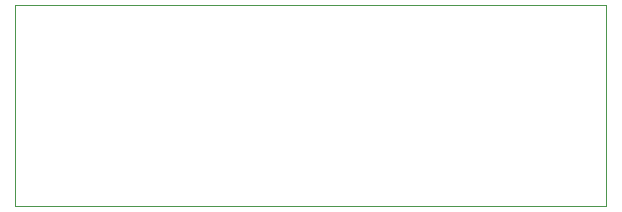
<source format=gm1>
G04 #@! TF.GenerationSoftware,KiCad,Pcbnew,5.0.2+dfsg1-1*
G04 #@! TF.CreationDate,2019-11-26T12:37:51+03:00*
G04 #@! TF.ProjectId,disp,64697370-2e6b-4696-9361-645f70636258,rev?*
G04 #@! TF.SameCoordinates,Original*
G04 #@! TF.FileFunction,Profile,NP*
%FSLAX46Y46*%
G04 Gerber Fmt 4.6, Leading zero omitted, Abs format (unit mm)*
G04 Created by KiCad (PCBNEW 5.0.2+dfsg1-1) date Вт 26 ноя 2019 12:37:51*
%MOMM*%
%LPD*%
G01*
G04 APERTURE LIST*
%ADD10C,0.100000*%
G04 APERTURE END LIST*
D10*
X123698000Y-84074000D02*
X123698000Y-67056000D01*
X173736000Y-84074000D02*
X123698000Y-84074000D01*
X173736000Y-67056000D02*
X173736000Y-84074000D01*
X123698000Y-67056000D02*
X173736000Y-67056000D01*
M02*

</source>
